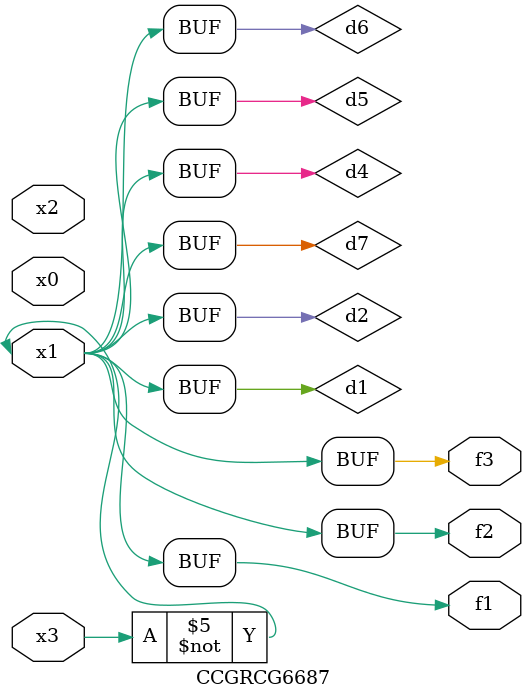
<source format=v>
module CCGRCG6687(
	input x0, x1, x2, x3,
	output f1, f2, f3
);

	wire d1, d2, d3, d4, d5, d6, d7;

	not (d1, x3);
	buf (d2, x1);
	xnor (d3, d1, d2);
	nor (d4, d1);
	buf (d5, d1, d2);
	buf (d6, d4, d5);
	nand (d7, d4);
	assign f1 = d6;
	assign f2 = d7;
	assign f3 = d6;
endmodule

</source>
